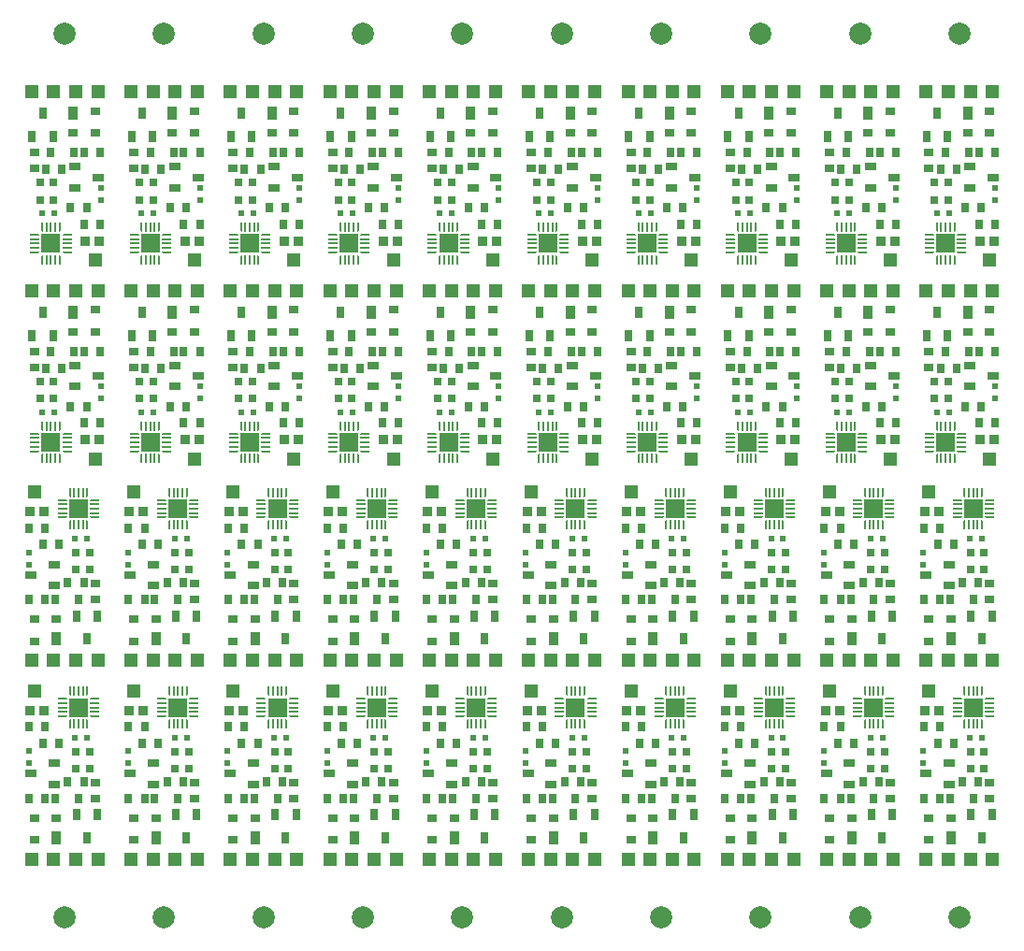
<source format=gts>
G04 #@! TF.GenerationSoftware,KiCad,Pcbnew,7.0.11*
G04 #@! TF.CreationDate,2024-02-28T18:49:23+09:00*
G04 #@! TF.ProjectId,F02-Func-Decoder-p,4630322d-4675-46e6-932d-4465636f6465,rev?*
G04 #@! TF.SameCoordinates,Original*
G04 #@! TF.FileFunction,Soldermask,Top*
G04 #@! TF.FilePolarity,Negative*
%FSLAX46Y46*%
G04 Gerber Fmt 4.6, Leading zero omitted, Abs format (unit mm)*
G04 Created by KiCad (PCBNEW 7.0.11) date 2024-02-28 18:49:23*
%MOMM*%
%LPD*%
G01*
G04 APERTURE LIST*
G04 Aperture macros list*
%AMRoundRect*
0 Rectangle with rounded corners*
0 $1 Rounding radius*
0 $2 $3 $4 $5 $6 $7 $8 $9 X,Y pos of 4 corners*
0 Add a 4 corners polygon primitive as box body*
4,1,4,$2,$3,$4,$5,$6,$7,$8,$9,$2,$3,0*
0 Add four circle primitives for the rounded corners*
1,1,$1+$1,$2,$3*
1,1,$1+$1,$4,$5*
1,1,$1+$1,$6,$7*
1,1,$1+$1,$8,$9*
0 Add four rect primitives between the rounded corners*
20,1,$1+$1,$2,$3,$4,$5,0*
20,1,$1+$1,$4,$5,$6,$7,0*
20,1,$1+$1,$6,$7,$8,$9,0*
20,1,$1+$1,$8,$9,$2,$3,0*%
%AMFreePoly0*
4,1,14,0.334644,0.085355,0.385355,0.034644,0.400000,-0.000711,0.400000,-0.050000,0.385355,-0.085355,0.350000,-0.100000,-0.350000,-0.100000,-0.385355,-0.085355,-0.400000,-0.050000,-0.400000,0.050000,-0.385355,0.085355,-0.350000,0.100000,0.299289,0.100000,0.334644,0.085355,0.334644,0.085355,$1*%
%AMFreePoly1*
4,1,14,0.385355,0.085355,0.400000,0.050000,0.400000,0.000711,0.385355,-0.034644,0.334644,-0.085355,0.299289,-0.100000,-0.350000,-0.100000,-0.385355,-0.085355,-0.400000,-0.050000,-0.400000,0.050000,-0.385355,0.085355,-0.350000,0.100000,0.350000,0.100000,0.385355,0.085355,0.385355,0.085355,$1*%
%AMFreePoly2*
4,1,14,0.085355,0.385355,0.100000,0.350000,0.100000,-0.350000,0.085355,-0.385355,0.050000,-0.400000,-0.050000,-0.400000,-0.085355,-0.385355,-0.100000,-0.350000,-0.100000,0.299289,-0.085355,0.334644,-0.034644,0.385355,0.000711,0.400000,0.050000,0.400000,0.085355,0.385355,0.085355,0.385355,$1*%
%AMFreePoly3*
4,1,14,0.034644,0.385355,0.085355,0.334644,0.100000,0.299289,0.100000,-0.350000,0.085355,-0.385355,0.050000,-0.400000,-0.050000,-0.400000,-0.085355,-0.385355,-0.100000,-0.350000,-0.100000,0.350000,-0.085355,0.385355,-0.050000,0.400000,-0.000711,0.400000,0.034644,0.385355,0.034644,0.385355,$1*%
%AMFreePoly4*
4,1,14,0.385355,0.085355,0.400000,0.050000,0.400000,-0.050000,0.385355,-0.085355,0.350000,-0.100000,-0.299289,-0.100000,-0.334644,-0.085355,-0.385355,-0.034644,-0.400000,0.000711,-0.400000,0.050000,-0.385355,0.085355,-0.350000,0.100000,0.350000,0.100000,0.385355,0.085355,0.385355,0.085355,$1*%
%AMFreePoly5*
4,1,14,0.385355,0.085355,0.400000,0.050000,0.400000,-0.050000,0.385355,-0.085355,0.350000,-0.100000,-0.350000,-0.100000,-0.385355,-0.085355,-0.400000,-0.050000,-0.400000,-0.000711,-0.385355,0.034644,-0.334644,0.085355,-0.299289,0.100000,0.350000,0.100000,0.385355,0.085355,0.385355,0.085355,$1*%
%AMFreePoly6*
4,1,14,0.085355,0.385355,0.100000,0.350000,0.100000,-0.299289,0.085355,-0.334644,0.034644,-0.385355,-0.000711,-0.400000,-0.050000,-0.400000,-0.085355,-0.385355,-0.100000,-0.350000,-0.100000,0.350000,-0.085355,0.385355,-0.050000,0.400000,0.050000,0.400000,0.085355,0.385355,0.085355,0.385355,$1*%
%AMFreePoly7*
4,1,14,0.085355,0.385355,0.100000,0.350000,0.100000,-0.350000,0.085355,-0.385355,0.050000,-0.400000,0.000711,-0.400000,-0.034644,-0.385355,-0.085355,-0.334644,-0.100000,-0.299289,-0.100000,0.350000,-0.085355,0.385355,-0.050000,0.400000,0.050000,0.400000,0.085355,0.385355,0.085355,0.385355,$1*%
G04 Aperture macros list end*
%ADD10R,0.650000X0.900000*%
%ADD11R,0.550000X0.500000*%
%ADD12R,0.700000X0.800000*%
%ADD13C,2.000000*%
%ADD14R,0.900000X1.200000*%
%ADD15R,0.900000X0.800000*%
%ADD16R,0.800000X1.000000*%
%ADD17R,0.950000X0.950000*%
%ADD18R,1.300000X1.300000*%
%ADD19R,0.500000X0.550000*%
%ADD20FreePoly0,270.000000*%
%ADD21RoundRect,0.050000X-0.050000X0.350000X-0.050000X-0.350000X0.050000X-0.350000X0.050000X0.350000X0*%
%ADD22FreePoly1,270.000000*%
%ADD23FreePoly2,270.000000*%
%ADD24RoundRect,0.050000X-0.350000X0.050000X-0.350000X-0.050000X0.350000X-0.050000X0.350000X0.050000X0*%
%ADD25FreePoly3,270.000000*%
%ADD26FreePoly4,270.000000*%
%ADD27FreePoly5,270.000000*%
%ADD28FreePoly6,270.000000*%
%ADD29FreePoly7,270.000000*%
%ADD30R,1.700000X1.700000*%
%ADD31R,1.000000X0.800000*%
%ADD32R,0.900000X0.650000*%
%ADD33R,0.800000X0.900000*%
%ADD34R,0.800000X0.800000*%
%ADD35FreePoly0,90.000000*%
%ADD36RoundRect,0.050000X0.050000X-0.350000X0.050000X0.350000X-0.050000X0.350000X-0.050000X-0.350000X0*%
%ADD37FreePoly1,90.000000*%
%ADD38FreePoly2,90.000000*%
%ADD39RoundRect,0.050000X0.350000X-0.050000X0.350000X0.050000X-0.350000X0.050000X-0.350000X-0.050000X0*%
%ADD40FreePoly3,90.000000*%
%ADD41FreePoly4,90.000000*%
%ADD42FreePoly5,90.000000*%
%ADD43FreePoly6,90.000000*%
%ADD44FreePoly7,90.000000*%
G04 APERTURE END LIST*
D10*
X166725000Y-98700000D03*
X165275000Y-98700000D03*
D11*
X149050000Y-94750000D03*
X147950000Y-94750000D03*
D12*
X185250000Y-113975000D03*
X185250000Y-115525000D03*
D13*
X156000000Y-129000000D03*
D12*
X122250000Y-113975000D03*
X122250000Y-115525000D03*
D10*
X118275000Y-79300000D03*
X119725000Y-79300000D03*
D14*
X156750000Y-74200000D03*
D15*
X156750000Y-76000000D03*
X158750000Y-76000000D03*
X158750000Y-74000000D03*
D16*
X122950000Y-101700000D03*
X121050000Y-101700000D03*
X122000000Y-103800000D03*
D17*
X190135000Y-92250000D03*
X188865000Y-92250000D03*
D18*
X184000000Y-72250000D03*
D10*
X188775000Y-111750000D03*
X190225000Y-111750000D03*
D19*
X107750000Y-115050000D03*
X107750000Y-113950000D03*
D16*
X171050000Y-58300000D03*
X172950000Y-58300000D03*
X172000000Y-56200000D03*
D18*
X123000000Y-54250000D03*
D12*
X108750000Y-82025000D03*
X108750000Y-80475000D03*
D11*
X135950000Y-65250000D03*
X137050000Y-65250000D03*
D10*
X127275000Y-61300000D03*
X128725000Y-61300000D03*
D17*
X154135000Y-92250000D03*
X152865000Y-92250000D03*
D16*
X158950000Y-119700000D03*
X157050000Y-119700000D03*
X158000000Y-121800000D03*
D20*
X182550000Y-84550000D03*
D21*
X182150000Y-84550000D03*
X181750000Y-84550000D03*
X181350000Y-84550000D03*
D22*
X180950000Y-84550000D03*
D23*
X180300000Y-85200000D03*
D24*
X180300000Y-85600000D03*
X180300000Y-86000000D03*
X180300000Y-86400000D03*
D25*
X180300000Y-86800000D03*
D26*
X180950000Y-87450000D03*
D21*
X181350000Y-87450000D03*
X181750000Y-87450000D03*
X182150000Y-87450000D03*
D27*
X182550000Y-87450000D03*
D28*
X183200000Y-86800000D03*
D24*
X183200000Y-86400000D03*
X183200000Y-86000000D03*
X183200000Y-85600000D03*
D29*
X183200000Y-85200000D03*
D30*
X181750000Y-86000000D03*
D31*
X182050000Y-116950000D03*
X182050000Y-115050000D03*
X179950000Y-116000000D03*
D19*
X168250000Y-80950000D03*
X168250000Y-82050000D03*
D18*
X159000000Y-72250000D03*
X148000000Y-105750000D03*
X126250000Y-90500000D03*
D32*
X162250000Y-77775000D03*
X162250000Y-79225000D03*
X122750000Y-100225000D03*
X122750000Y-98775000D03*
D12*
X158250000Y-113975000D03*
X158250000Y-115525000D03*
D16*
X140950000Y-119700000D03*
X139050000Y-119700000D03*
X140000000Y-121800000D03*
D10*
X107775000Y-100250000D03*
X109225000Y-100250000D03*
D31*
X174950000Y-79050000D03*
X174950000Y-80950000D03*
X177050000Y-80000000D03*
D18*
X173000000Y-123750000D03*
D12*
X158250000Y-95975000D03*
X158250000Y-97525000D03*
D11*
X144950000Y-65250000D03*
X146050000Y-65250000D03*
D33*
X110150000Y-118250000D03*
X112250000Y-118250000D03*
D11*
X167050000Y-112750000D03*
X165950000Y-112750000D03*
D33*
X120850000Y-59750000D03*
X118750000Y-59750000D03*
D10*
X136025000Y-113250000D03*
X137475000Y-113250000D03*
D33*
X111850000Y-59750000D03*
X109750000Y-59750000D03*
D13*
X156000000Y-49000000D03*
D19*
X123250000Y-62950000D03*
X123250000Y-64050000D03*
D16*
X122950000Y-119700000D03*
X121050000Y-119700000D03*
X122000000Y-121800000D03*
D18*
X110000000Y-72250000D03*
X144250000Y-108500000D03*
D10*
X193975000Y-82750000D03*
X192525000Y-82750000D03*
D12*
X180750000Y-64025000D03*
X180750000Y-62475000D03*
D11*
X185050000Y-112750000D03*
X183950000Y-112750000D03*
D34*
X130000000Y-113975000D03*
X130000000Y-115525000D03*
D12*
X135750000Y-82025000D03*
X135750000Y-80475000D03*
D17*
X121865000Y-85750000D03*
X123135000Y-85750000D03*
D18*
X157000000Y-54250000D03*
D35*
X192450000Y-111450000D03*
D36*
X192850000Y-111450000D03*
X193250000Y-111450000D03*
X193650000Y-111450000D03*
D37*
X194050000Y-111450000D03*
D38*
X194700000Y-110800000D03*
D39*
X194700000Y-110400000D03*
X194700000Y-110000000D03*
X194700000Y-109600000D03*
D40*
X194700000Y-109200000D03*
D41*
X194050000Y-108550000D03*
D36*
X193650000Y-108550000D03*
X193250000Y-108550000D03*
X192850000Y-108550000D03*
D42*
X192450000Y-108550000D03*
D43*
X191800000Y-109200000D03*
D39*
X191800000Y-109600000D03*
X191800000Y-110000000D03*
X191800000Y-110400000D03*
D44*
X191800000Y-110800000D03*
D30*
X193250000Y-110000000D03*
D32*
X108250000Y-59775000D03*
X108250000Y-61225000D03*
D14*
X119250000Y-103800000D03*
D15*
X119250000Y-102000000D03*
X117250000Y-102000000D03*
X117250000Y-104000000D03*
D10*
X157975000Y-82750000D03*
X156525000Y-82750000D03*
D35*
X156450000Y-111450000D03*
D36*
X156850000Y-111450000D03*
X157250000Y-111450000D03*
X157650000Y-111450000D03*
D37*
X158050000Y-111450000D03*
D38*
X158700000Y-110800000D03*
D39*
X158700000Y-110400000D03*
X158700000Y-110000000D03*
X158700000Y-109600000D03*
D40*
X158700000Y-109200000D03*
D41*
X158050000Y-108550000D03*
D36*
X157650000Y-108550000D03*
X157250000Y-108550000D03*
X156850000Y-108550000D03*
D42*
X156450000Y-108550000D03*
D43*
X155800000Y-109200000D03*
D39*
X155800000Y-109600000D03*
X155800000Y-110000000D03*
X155800000Y-110400000D03*
D44*
X155800000Y-110800000D03*
D30*
X157250000Y-110000000D03*
D18*
X184000000Y-123750000D03*
X173000000Y-105750000D03*
X110000000Y-105750000D03*
D10*
X127025000Y-95250000D03*
X128475000Y-95250000D03*
D32*
X194750000Y-118225000D03*
X194750000Y-116775000D03*
X140750000Y-100225000D03*
X140750000Y-98775000D03*
D16*
X176950000Y-101700000D03*
X175050000Y-101700000D03*
X176000000Y-103800000D03*
D10*
X152775000Y-100250000D03*
X154225000Y-100250000D03*
D35*
X120450000Y-93450000D03*
D36*
X120850000Y-93450000D03*
X121250000Y-93450000D03*
X121650000Y-93450000D03*
D37*
X122050000Y-93450000D03*
D38*
X122700000Y-92800000D03*
D39*
X122700000Y-92400000D03*
X122700000Y-92000000D03*
X122700000Y-91600000D03*
D40*
X122700000Y-91200000D03*
D41*
X122050000Y-90550000D03*
D36*
X121650000Y-90550000D03*
X121250000Y-90550000D03*
X120850000Y-90550000D03*
D42*
X120450000Y-90550000D03*
D43*
X119800000Y-91200000D03*
D39*
X119800000Y-91600000D03*
X119800000Y-92000000D03*
X119800000Y-92400000D03*
D44*
X119800000Y-92800000D03*
D30*
X121250000Y-92000000D03*
D10*
X139725000Y-116700000D03*
X138275000Y-116700000D03*
D32*
X171250000Y-77775000D03*
X171250000Y-79225000D03*
D34*
X173000000Y-64025000D03*
X173000000Y-62475000D03*
D14*
X173250000Y-121800000D03*
D15*
X173250000Y-120000000D03*
X171250000Y-120000000D03*
X171250000Y-122000000D03*
D32*
X144250000Y-59775000D03*
X144250000Y-61225000D03*
D17*
X130865000Y-85750000D03*
X132135000Y-85750000D03*
D10*
X116775000Y-100250000D03*
X118225000Y-100250000D03*
D18*
X171000000Y-105750000D03*
D12*
X185250000Y-95975000D03*
X185250000Y-97525000D03*
D31*
X128050000Y-98950000D03*
X128050000Y-97050000D03*
X125950000Y-98000000D03*
D10*
X195225000Y-77750000D03*
X193775000Y-77750000D03*
D18*
X150000000Y-54250000D03*
D10*
X143775000Y-111750000D03*
X145225000Y-111750000D03*
D13*
X165000000Y-49000000D03*
D17*
X109135000Y-92250000D03*
X107865000Y-92250000D03*
D10*
X136275000Y-61300000D03*
X137725000Y-61300000D03*
X118025000Y-113250000D03*
X119475000Y-113250000D03*
D11*
X131050000Y-94750000D03*
X129950000Y-94750000D03*
D31*
X173050000Y-116950000D03*
X173050000Y-115050000D03*
X170950000Y-116000000D03*
D10*
X123225000Y-66250000D03*
X121775000Y-66250000D03*
D18*
X122750000Y-87500000D03*
D32*
X158750000Y-118225000D03*
X158750000Y-116775000D03*
D19*
X143750000Y-97050000D03*
X143750000Y-95950000D03*
D14*
X155250000Y-121800000D03*
D15*
X155250000Y-120000000D03*
X153250000Y-120000000D03*
X153250000Y-122000000D03*
D19*
X143750000Y-115050000D03*
X143750000Y-113950000D03*
X141250000Y-62950000D03*
X141250000Y-64050000D03*
D32*
X171250000Y-59775000D03*
X171250000Y-61225000D03*
D17*
X181135000Y-110250000D03*
X179865000Y-110250000D03*
D32*
X153250000Y-59775000D03*
X153250000Y-61225000D03*
D31*
X120950000Y-79050000D03*
X120950000Y-80950000D03*
X123050000Y-80000000D03*
D10*
X132225000Y-84250000D03*
X130775000Y-84250000D03*
D18*
X167750000Y-69500000D03*
X139000000Y-54250000D03*
D12*
X167250000Y-95975000D03*
X167250000Y-97525000D03*
D14*
X111750000Y-56200000D03*
D15*
X111750000Y-58000000D03*
X113750000Y-58000000D03*
X113750000Y-56000000D03*
D19*
X188750000Y-115050000D03*
X188750000Y-113950000D03*
D34*
X128000000Y-82025000D03*
X128000000Y-80475000D03*
D10*
X170775000Y-100250000D03*
X172225000Y-100250000D03*
D18*
X135000000Y-105750000D03*
D13*
X129000000Y-129000000D03*
D20*
X137550000Y-66550000D03*
D21*
X137150000Y-66550000D03*
X136750000Y-66550000D03*
X136350000Y-66550000D03*
D22*
X135950000Y-66550000D03*
D23*
X135300000Y-67200000D03*
D24*
X135300000Y-67600000D03*
X135300000Y-68000000D03*
X135300000Y-68400000D03*
D25*
X135300000Y-68800000D03*
D26*
X135950000Y-69450000D03*
D21*
X136350000Y-69450000D03*
X136750000Y-69450000D03*
X137150000Y-69450000D03*
D27*
X137550000Y-69450000D03*
D28*
X138200000Y-68800000D03*
D24*
X138200000Y-68400000D03*
X138200000Y-68000000D03*
X138200000Y-67600000D03*
D29*
X138200000Y-67200000D03*
D30*
X136750000Y-68000000D03*
D14*
X183750000Y-74200000D03*
D15*
X183750000Y-76000000D03*
X185750000Y-76000000D03*
X185750000Y-74000000D03*
D18*
X128000000Y-123750000D03*
D16*
X167950000Y-101700000D03*
X166050000Y-101700000D03*
X167000000Y-103800000D03*
D19*
X123250000Y-80950000D03*
X123250000Y-82050000D03*
D18*
X175000000Y-54250000D03*
D13*
X120000000Y-129000000D03*
D10*
X177225000Y-59750000D03*
X175775000Y-59750000D03*
D12*
X194250000Y-95975000D03*
X194250000Y-97525000D03*
D13*
X120000000Y-49000000D03*
D10*
X112725000Y-116700000D03*
X111275000Y-116700000D03*
X134775000Y-100250000D03*
X136225000Y-100250000D03*
X175975000Y-64750000D03*
X174525000Y-64750000D03*
D18*
X148000000Y-72250000D03*
X189250000Y-108500000D03*
D12*
X113250000Y-95975000D03*
X113250000Y-97525000D03*
D18*
X155000000Y-105750000D03*
D19*
X186250000Y-62950000D03*
X186250000Y-64050000D03*
D18*
X119000000Y-105750000D03*
D35*
X147450000Y-93450000D03*
D36*
X147850000Y-93450000D03*
X148250000Y-93450000D03*
X148650000Y-93450000D03*
D37*
X149050000Y-93450000D03*
D38*
X149700000Y-92800000D03*
D39*
X149700000Y-92400000D03*
X149700000Y-92000000D03*
X149700000Y-91600000D03*
D40*
X149700000Y-91200000D03*
D41*
X149050000Y-90550000D03*
D36*
X148650000Y-90550000D03*
X148250000Y-90550000D03*
X147850000Y-90550000D03*
D42*
X147450000Y-90550000D03*
D43*
X146800000Y-91200000D03*
D39*
X146800000Y-91600000D03*
X146800000Y-92000000D03*
X146800000Y-92400000D03*
D44*
X146800000Y-92800000D03*
D30*
X148250000Y-92000000D03*
D18*
X123000000Y-123750000D03*
X186000000Y-54250000D03*
D10*
X161775000Y-100250000D03*
X163225000Y-100250000D03*
D18*
X159000000Y-105750000D03*
D17*
X163135000Y-92250000D03*
X161865000Y-92250000D03*
D18*
X176750000Y-69500000D03*
X144000000Y-105750000D03*
D16*
X135050000Y-76300000D03*
X136950000Y-76300000D03*
X136000000Y-74200000D03*
D33*
X119150000Y-100250000D03*
X121250000Y-100250000D03*
D35*
X183450000Y-111450000D03*
D36*
X183850000Y-111450000D03*
X184250000Y-111450000D03*
X184650000Y-111450000D03*
D37*
X185050000Y-111450000D03*
D38*
X185700000Y-110800000D03*
D39*
X185700000Y-110400000D03*
X185700000Y-110000000D03*
X185700000Y-109600000D03*
D40*
X185700000Y-109200000D03*
D41*
X185050000Y-108550000D03*
D36*
X184650000Y-108550000D03*
X184250000Y-108550000D03*
X183850000Y-108550000D03*
D42*
X183450000Y-108550000D03*
D43*
X182800000Y-109200000D03*
D39*
X182800000Y-109600000D03*
X182800000Y-110000000D03*
X182800000Y-110400000D03*
D44*
X182800000Y-110800000D03*
D30*
X184250000Y-110000000D03*
D31*
X165950000Y-79050000D03*
X165950000Y-80950000D03*
X168050000Y-80000000D03*
D35*
X165450000Y-93450000D03*
D36*
X165850000Y-93450000D03*
X166250000Y-93450000D03*
X166650000Y-93450000D03*
D37*
X167050000Y-93450000D03*
D38*
X167700000Y-92800000D03*
D39*
X167700000Y-92400000D03*
X167700000Y-92000000D03*
X167700000Y-91600000D03*
D40*
X167700000Y-91200000D03*
D41*
X167050000Y-90550000D03*
D36*
X166650000Y-90550000D03*
X166250000Y-90550000D03*
X165850000Y-90550000D03*
D42*
X165450000Y-90550000D03*
D43*
X164800000Y-91200000D03*
D39*
X164800000Y-91600000D03*
X164800000Y-92000000D03*
X164800000Y-92400000D03*
D44*
X164800000Y-92800000D03*
D30*
X166250000Y-92000000D03*
D10*
X121975000Y-64750000D03*
X120525000Y-64750000D03*
D11*
X140050000Y-112750000D03*
X138950000Y-112750000D03*
D10*
X132225000Y-59750000D03*
X130775000Y-59750000D03*
X181025000Y-95250000D03*
X182475000Y-95250000D03*
D16*
X194950000Y-119700000D03*
X193050000Y-119700000D03*
X194000000Y-121800000D03*
D10*
X121975000Y-82750000D03*
X120525000Y-82750000D03*
D16*
X117050000Y-58300000D03*
X118950000Y-58300000D03*
X118000000Y-56200000D03*
D18*
X162000000Y-54250000D03*
D13*
X183000000Y-129000000D03*
D33*
X129850000Y-59750000D03*
X127750000Y-59750000D03*
D34*
X164000000Y-82025000D03*
X164000000Y-80475000D03*
D19*
X152750000Y-115050000D03*
X152750000Y-113950000D03*
X161750000Y-97050000D03*
X161750000Y-95950000D03*
D18*
X144000000Y-123750000D03*
D10*
X159225000Y-77750000D03*
X157775000Y-77750000D03*
D16*
X144050000Y-76300000D03*
X145950000Y-76300000D03*
X145000000Y-74200000D03*
D33*
X156850000Y-77750000D03*
X154750000Y-77750000D03*
D10*
X143775000Y-118250000D03*
X145225000Y-118250000D03*
D18*
X166000000Y-105750000D03*
D17*
X139865000Y-67750000D03*
X141135000Y-67750000D03*
D32*
X117250000Y-77775000D03*
X117250000Y-79225000D03*
D16*
X180050000Y-58300000D03*
X181950000Y-58300000D03*
X181000000Y-56200000D03*
D10*
X141225000Y-84250000D03*
X139775000Y-84250000D03*
X161775000Y-111750000D03*
X163225000Y-111750000D03*
X141225000Y-77750000D03*
X139775000Y-77750000D03*
D17*
X118135000Y-110250000D03*
X116865000Y-110250000D03*
D31*
X119050000Y-98950000D03*
X119050000Y-97050000D03*
X116950000Y-98000000D03*
D10*
X139725000Y-98700000D03*
X138275000Y-98700000D03*
D14*
X156750000Y-56200000D03*
D15*
X156750000Y-58000000D03*
X158750000Y-58000000D03*
X158750000Y-56000000D03*
D34*
X139000000Y-113975000D03*
X139000000Y-115525000D03*
D13*
X174000000Y-49000000D03*
D18*
X193000000Y-123750000D03*
X185750000Y-69500000D03*
X186000000Y-72250000D03*
D14*
X191250000Y-121800000D03*
D15*
X191250000Y-120000000D03*
X189250000Y-120000000D03*
X189250000Y-122000000D03*
D17*
X145135000Y-92250000D03*
X143865000Y-92250000D03*
D32*
X158750000Y-100225000D03*
X158750000Y-98775000D03*
D17*
X118135000Y-92250000D03*
X116865000Y-92250000D03*
D34*
X155000000Y-64025000D03*
X155000000Y-62475000D03*
D18*
X149750000Y-69500000D03*
D17*
X130865000Y-67750000D03*
X132135000Y-67750000D03*
D11*
X158050000Y-94750000D03*
X156950000Y-94750000D03*
D17*
X121865000Y-67750000D03*
X123135000Y-67750000D03*
D33*
X174850000Y-59750000D03*
X172750000Y-59750000D03*
D10*
X114225000Y-59750000D03*
X112775000Y-59750000D03*
D20*
X146550000Y-84550000D03*
D21*
X146150000Y-84550000D03*
X145750000Y-84550000D03*
X145350000Y-84550000D03*
D22*
X144950000Y-84550000D03*
D23*
X144300000Y-85200000D03*
D24*
X144300000Y-85600000D03*
X144300000Y-86000000D03*
X144300000Y-86400000D03*
D25*
X144300000Y-86800000D03*
D26*
X144950000Y-87450000D03*
D21*
X145350000Y-87450000D03*
X145750000Y-87450000D03*
X146150000Y-87450000D03*
D27*
X146550000Y-87450000D03*
D28*
X147200000Y-86800000D03*
D24*
X147200000Y-86400000D03*
X147200000Y-86000000D03*
X147200000Y-85600000D03*
D29*
X147200000Y-85200000D03*
D30*
X145750000Y-86000000D03*
D11*
X194050000Y-94750000D03*
X192950000Y-94750000D03*
D18*
X126250000Y-108500000D03*
X177000000Y-123750000D03*
D14*
X110250000Y-103800000D03*
D15*
X110250000Y-102000000D03*
X108250000Y-102000000D03*
X108250000Y-104000000D03*
D18*
X121000000Y-123750000D03*
D10*
X195225000Y-59750000D03*
X193775000Y-59750000D03*
D18*
X141000000Y-105750000D03*
X128000000Y-105750000D03*
X117000000Y-105750000D03*
D16*
X149950000Y-119700000D03*
X148050000Y-119700000D03*
X149000000Y-121800000D03*
D18*
X126000000Y-54250000D03*
D17*
X145135000Y-110250000D03*
X143865000Y-110250000D03*
D10*
X163025000Y-113250000D03*
X164475000Y-113250000D03*
D19*
X150250000Y-62950000D03*
X150250000Y-64050000D03*
D11*
X153950000Y-83250000D03*
X155050000Y-83250000D03*
D13*
X192000000Y-129000000D03*
D10*
X109025000Y-113250000D03*
X110475000Y-113250000D03*
X177225000Y-84250000D03*
X175775000Y-84250000D03*
D31*
X120950000Y-61050000D03*
X120950000Y-62950000D03*
X123050000Y-62000000D03*
D13*
X129000000Y-49000000D03*
D31*
X183950000Y-61050000D03*
X183950000Y-62950000D03*
X186050000Y-62000000D03*
D10*
X179775000Y-100250000D03*
X181225000Y-100250000D03*
D31*
X182050000Y-98950000D03*
X182050000Y-97050000D03*
X179950000Y-98000000D03*
D10*
X116775000Y-111750000D03*
X118225000Y-111750000D03*
D18*
X180000000Y-72250000D03*
D10*
X136275000Y-79300000D03*
X137725000Y-79300000D03*
D18*
X144000000Y-72250000D03*
D11*
X108950000Y-65250000D03*
X110050000Y-65250000D03*
D18*
X117000000Y-123750000D03*
D10*
X168225000Y-59750000D03*
X166775000Y-59750000D03*
D18*
X195000000Y-123750000D03*
X166000000Y-123750000D03*
D14*
X146250000Y-121800000D03*
D15*
X146250000Y-120000000D03*
X144250000Y-120000000D03*
X144250000Y-122000000D03*
D31*
X110050000Y-98950000D03*
X110050000Y-97050000D03*
X107950000Y-98000000D03*
X155050000Y-116950000D03*
X155050000Y-115050000D03*
X152950000Y-116000000D03*
D11*
X149050000Y-112750000D03*
X147950000Y-112750000D03*
D18*
X117250000Y-108500000D03*
D32*
X149750000Y-100225000D03*
X149750000Y-98775000D03*
D10*
X170775000Y-111750000D03*
X172225000Y-111750000D03*
D12*
X176250000Y-113975000D03*
X176250000Y-115525000D03*
X135750000Y-64025000D03*
X135750000Y-62475000D03*
D18*
X153250000Y-90500000D03*
D19*
X159250000Y-62950000D03*
X159250000Y-64050000D03*
D18*
X191000000Y-123750000D03*
D14*
X165750000Y-74200000D03*
D15*
X165750000Y-76000000D03*
X167750000Y-76000000D03*
X167750000Y-74000000D03*
D19*
X114250000Y-62950000D03*
X114250000Y-64050000D03*
D16*
X117050000Y-76300000D03*
X118950000Y-76300000D03*
X118000000Y-74200000D03*
X108050000Y-58300000D03*
X109950000Y-58300000D03*
X109000000Y-56200000D03*
D33*
X155150000Y-100250000D03*
X157250000Y-100250000D03*
D18*
X135000000Y-123750000D03*
D12*
X189750000Y-64025000D03*
X189750000Y-62475000D03*
D11*
X144950000Y-83250000D03*
X146050000Y-83250000D03*
D10*
X109275000Y-79300000D03*
X110725000Y-79300000D03*
D34*
X121000000Y-95975000D03*
X121000000Y-97525000D03*
D18*
X189250000Y-90500000D03*
D33*
X183850000Y-59750000D03*
X181750000Y-59750000D03*
D13*
X174000000Y-129000000D03*
D33*
X183850000Y-77750000D03*
X181750000Y-77750000D03*
D18*
X162000000Y-72250000D03*
D35*
X138450000Y-111450000D03*
D36*
X138850000Y-111450000D03*
X139250000Y-111450000D03*
X139650000Y-111450000D03*
D37*
X140050000Y-111450000D03*
D38*
X140700000Y-110800000D03*
D39*
X140700000Y-110400000D03*
X140700000Y-110000000D03*
X140700000Y-109600000D03*
D40*
X140700000Y-109200000D03*
D41*
X140050000Y-108550000D03*
D36*
X139650000Y-108550000D03*
X139250000Y-108550000D03*
X138850000Y-108550000D03*
D42*
X138450000Y-108550000D03*
D43*
X137800000Y-109200000D03*
D39*
X137800000Y-109600000D03*
X137800000Y-110000000D03*
X137800000Y-110400000D03*
D44*
X137800000Y-110800000D03*
D30*
X139250000Y-110000000D03*
D12*
X144750000Y-64025000D03*
X144750000Y-62475000D03*
D18*
X189000000Y-72250000D03*
X117000000Y-54250000D03*
D10*
X166975000Y-64750000D03*
X165525000Y-64750000D03*
X172025000Y-113250000D03*
X173475000Y-113250000D03*
D34*
X184000000Y-113975000D03*
X184000000Y-115525000D03*
X146000000Y-82025000D03*
X146000000Y-80475000D03*
D17*
X157865000Y-67750000D03*
X159135000Y-67750000D03*
D10*
X123225000Y-59750000D03*
X121775000Y-59750000D03*
D34*
X175000000Y-95975000D03*
X175000000Y-97525000D03*
D18*
X167750000Y-87500000D03*
D17*
X193865000Y-67750000D03*
X195135000Y-67750000D03*
D32*
X167750000Y-118225000D03*
X167750000Y-116775000D03*
D18*
X112000000Y-72250000D03*
D11*
X122050000Y-94750000D03*
X120950000Y-94750000D03*
D18*
X130000000Y-72250000D03*
D13*
X138000000Y-129000000D03*
D34*
X112000000Y-113975000D03*
X112000000Y-115525000D03*
D31*
X119050000Y-116950000D03*
X119050000Y-115050000D03*
X116950000Y-116000000D03*
D10*
X139975000Y-82750000D03*
X138525000Y-82750000D03*
D18*
X135250000Y-90500000D03*
D17*
X127135000Y-110250000D03*
X125865000Y-110250000D03*
D19*
X170750000Y-115050000D03*
X170750000Y-113950000D03*
D31*
X164050000Y-98950000D03*
X164050000Y-97050000D03*
X161950000Y-98000000D03*
D10*
X154025000Y-95250000D03*
X155475000Y-95250000D03*
D12*
X194250000Y-113975000D03*
X194250000Y-115525000D03*
D10*
X177225000Y-66250000D03*
X175775000Y-66250000D03*
D18*
X157000000Y-105750000D03*
D34*
X175000000Y-113975000D03*
X175000000Y-115525000D03*
D10*
X134775000Y-111750000D03*
X136225000Y-111750000D03*
D14*
X173250000Y-103800000D03*
D15*
X173250000Y-102000000D03*
X171250000Y-102000000D03*
X171250000Y-104000000D03*
D10*
X163275000Y-61300000D03*
X164725000Y-61300000D03*
D18*
X132000000Y-123750000D03*
D19*
X170750000Y-97050000D03*
X170750000Y-95950000D03*
D14*
X192750000Y-56200000D03*
D15*
X192750000Y-58000000D03*
X194750000Y-58000000D03*
X194750000Y-56000000D03*
D13*
X111000000Y-129000000D03*
D10*
X161775000Y-118250000D03*
X163225000Y-118250000D03*
D18*
X108000000Y-72250000D03*
D33*
X191150000Y-118250000D03*
X193250000Y-118250000D03*
D34*
X110000000Y-64025000D03*
X110000000Y-62475000D03*
D10*
X130975000Y-64750000D03*
X129525000Y-64750000D03*
D20*
X191550000Y-84550000D03*
D21*
X191150000Y-84550000D03*
X190750000Y-84550000D03*
X190350000Y-84550000D03*
D22*
X189950000Y-84550000D03*
D23*
X189300000Y-85200000D03*
D24*
X189300000Y-85600000D03*
X189300000Y-86000000D03*
X189300000Y-86400000D03*
D25*
X189300000Y-86800000D03*
D26*
X189950000Y-87450000D03*
D21*
X190350000Y-87450000D03*
X190750000Y-87450000D03*
X191150000Y-87450000D03*
D27*
X191550000Y-87450000D03*
D28*
X192200000Y-86800000D03*
D24*
X192200000Y-86400000D03*
X192200000Y-86000000D03*
X192200000Y-85600000D03*
D29*
X192200000Y-85200000D03*
D30*
X190750000Y-86000000D03*
D17*
X157865000Y-85750000D03*
X159135000Y-85750000D03*
D12*
X126750000Y-82025000D03*
X126750000Y-80475000D03*
D16*
X185950000Y-101700000D03*
X184050000Y-101700000D03*
X185000000Y-103800000D03*
D10*
X188775000Y-118250000D03*
X190225000Y-118250000D03*
X118275000Y-61300000D03*
X119725000Y-61300000D03*
X150225000Y-77750000D03*
X148775000Y-77750000D03*
D20*
X119550000Y-84550000D03*
D21*
X119150000Y-84550000D03*
X118750000Y-84550000D03*
X118350000Y-84550000D03*
D22*
X117950000Y-84550000D03*
D23*
X117300000Y-85200000D03*
D24*
X117300000Y-85600000D03*
X117300000Y-86000000D03*
X117300000Y-86400000D03*
D25*
X117300000Y-86800000D03*
D26*
X117950000Y-87450000D03*
D21*
X118350000Y-87450000D03*
X118750000Y-87450000D03*
X119150000Y-87450000D03*
D27*
X119550000Y-87450000D03*
D28*
X120200000Y-86800000D03*
D24*
X120200000Y-86400000D03*
X120200000Y-86000000D03*
X120200000Y-85600000D03*
D29*
X120200000Y-85200000D03*
D30*
X118750000Y-86000000D03*
D12*
X117750000Y-82025000D03*
X117750000Y-80475000D03*
D19*
X152750000Y-97050000D03*
X152750000Y-95950000D03*
D16*
X144050000Y-58300000D03*
X145950000Y-58300000D03*
X145000000Y-56200000D03*
D17*
X172135000Y-110250000D03*
X170865000Y-110250000D03*
X184865000Y-85750000D03*
X186135000Y-85750000D03*
D34*
X193000000Y-95975000D03*
X193000000Y-97525000D03*
D14*
X147750000Y-56200000D03*
D15*
X147750000Y-58000000D03*
X149750000Y-58000000D03*
X149750000Y-56000000D03*
D10*
X172275000Y-61300000D03*
X173725000Y-61300000D03*
D18*
X194750000Y-69500000D03*
D10*
X166725000Y-116700000D03*
X165275000Y-116700000D03*
D35*
X147450000Y-111450000D03*
D36*
X147850000Y-111450000D03*
X148250000Y-111450000D03*
X148650000Y-111450000D03*
D37*
X149050000Y-111450000D03*
D38*
X149700000Y-110800000D03*
D39*
X149700000Y-110400000D03*
X149700000Y-110000000D03*
X149700000Y-109600000D03*
D40*
X149700000Y-109200000D03*
D41*
X149050000Y-108550000D03*
D36*
X148650000Y-108550000D03*
X148250000Y-108550000D03*
X147850000Y-108550000D03*
D42*
X147450000Y-108550000D03*
D43*
X146800000Y-109200000D03*
D39*
X146800000Y-109600000D03*
X146800000Y-110000000D03*
X146800000Y-110400000D03*
D44*
X146800000Y-110800000D03*
D30*
X148250000Y-110000000D03*
D16*
X131950000Y-119700000D03*
X130050000Y-119700000D03*
X131000000Y-121800000D03*
D20*
X119550000Y-66550000D03*
D21*
X119150000Y-66550000D03*
X118750000Y-66550000D03*
X118350000Y-66550000D03*
D22*
X117950000Y-66550000D03*
D23*
X117300000Y-67200000D03*
D24*
X117300000Y-67600000D03*
X117300000Y-68000000D03*
X117300000Y-68400000D03*
D25*
X117300000Y-68800000D03*
D26*
X117950000Y-69450000D03*
D21*
X118350000Y-69450000D03*
X118750000Y-69450000D03*
X119150000Y-69450000D03*
D27*
X119550000Y-69450000D03*
D28*
X120200000Y-68800000D03*
D24*
X120200000Y-68400000D03*
X120200000Y-68000000D03*
X120200000Y-67600000D03*
D29*
X120200000Y-67200000D03*
D30*
X118750000Y-68000000D03*
D14*
X147750000Y-74200000D03*
D15*
X147750000Y-76000000D03*
X149750000Y-76000000D03*
X149750000Y-74000000D03*
D32*
X108250000Y-77775000D03*
X108250000Y-79225000D03*
D31*
X146050000Y-98950000D03*
X146050000Y-97050000D03*
X143950000Y-98000000D03*
D10*
X170775000Y-93750000D03*
X172225000Y-93750000D03*
D19*
X134750000Y-115050000D03*
X134750000Y-113950000D03*
D34*
X155000000Y-82025000D03*
X155000000Y-80475000D03*
D16*
X171050000Y-76300000D03*
X172950000Y-76300000D03*
X172000000Y-74200000D03*
D19*
X107750000Y-97050000D03*
X107750000Y-95950000D03*
D10*
X163275000Y-79300000D03*
X164725000Y-79300000D03*
X121725000Y-116700000D03*
X120275000Y-116700000D03*
D18*
X193000000Y-105750000D03*
X171000000Y-54250000D03*
D11*
X171950000Y-65250000D03*
X173050000Y-65250000D03*
D19*
X159250000Y-80950000D03*
X159250000Y-82050000D03*
D10*
X132225000Y-66250000D03*
X130775000Y-66250000D03*
X127275000Y-79300000D03*
X128725000Y-79300000D03*
D11*
X189950000Y-83250000D03*
X191050000Y-83250000D03*
D14*
X182250000Y-103800000D03*
D15*
X182250000Y-102000000D03*
X180250000Y-102000000D03*
X180250000Y-104000000D03*
D18*
X150000000Y-72250000D03*
X164000000Y-105750000D03*
X114000000Y-54250000D03*
D10*
X143775000Y-93750000D03*
X145225000Y-93750000D03*
D34*
X182000000Y-64025000D03*
X182000000Y-62475000D03*
D12*
X176250000Y-95975000D03*
X176250000Y-97525000D03*
D18*
X180000000Y-54250000D03*
D31*
X147950000Y-79050000D03*
X147950000Y-80950000D03*
X150050000Y-80000000D03*
D16*
X126050000Y-58300000D03*
X127950000Y-58300000D03*
X127000000Y-56200000D03*
D20*
X128550000Y-66550000D03*
D21*
X128150000Y-66550000D03*
X127750000Y-66550000D03*
X127350000Y-66550000D03*
D22*
X126950000Y-66550000D03*
D23*
X126300000Y-67200000D03*
D24*
X126300000Y-67600000D03*
X126300000Y-68000000D03*
X126300000Y-68400000D03*
D25*
X126300000Y-68800000D03*
D26*
X126950000Y-69450000D03*
D21*
X127350000Y-69450000D03*
X127750000Y-69450000D03*
X128150000Y-69450000D03*
D27*
X128550000Y-69450000D03*
D28*
X129200000Y-68800000D03*
D24*
X129200000Y-68400000D03*
X129200000Y-68000000D03*
X129200000Y-67600000D03*
D29*
X129200000Y-67200000D03*
D30*
X127750000Y-68000000D03*
D18*
X121000000Y-105750000D03*
D16*
X153050000Y-76300000D03*
X154950000Y-76300000D03*
X154000000Y-74200000D03*
D18*
X184000000Y-105750000D03*
D20*
X146550000Y-66550000D03*
D21*
X146150000Y-66550000D03*
X145750000Y-66550000D03*
X145350000Y-66550000D03*
D22*
X144950000Y-66550000D03*
D23*
X144300000Y-67200000D03*
D24*
X144300000Y-67600000D03*
X144300000Y-68000000D03*
X144300000Y-68400000D03*
D25*
X144300000Y-68800000D03*
D26*
X144950000Y-69450000D03*
D21*
X145350000Y-69450000D03*
X145750000Y-69450000D03*
X146150000Y-69450000D03*
D27*
X146550000Y-69450000D03*
D28*
X147200000Y-68800000D03*
D24*
X147200000Y-68400000D03*
X147200000Y-68000000D03*
X147200000Y-67600000D03*
D29*
X147200000Y-67200000D03*
D30*
X145750000Y-68000000D03*
D18*
X131750000Y-87500000D03*
D35*
X183450000Y-93450000D03*
D36*
X183850000Y-93450000D03*
X184250000Y-93450000D03*
X184650000Y-93450000D03*
D37*
X185050000Y-93450000D03*
D38*
X185700000Y-92800000D03*
D39*
X185700000Y-92400000D03*
X185700000Y-92000000D03*
X185700000Y-91600000D03*
D40*
X185700000Y-91200000D03*
D41*
X185050000Y-90550000D03*
D36*
X184650000Y-90550000D03*
X184250000Y-90550000D03*
X183850000Y-90550000D03*
D42*
X183450000Y-90550000D03*
D43*
X182800000Y-91200000D03*
D39*
X182800000Y-91600000D03*
X182800000Y-92000000D03*
X182800000Y-92400000D03*
D44*
X182800000Y-92800000D03*
D30*
X184250000Y-92000000D03*
D18*
X164000000Y-123750000D03*
D10*
X116775000Y-118250000D03*
X118225000Y-118250000D03*
D33*
X156850000Y-59750000D03*
X154750000Y-59750000D03*
D18*
X128000000Y-72250000D03*
D10*
X186225000Y-77750000D03*
X184775000Y-77750000D03*
D13*
X183000000Y-49000000D03*
D10*
X154275000Y-61300000D03*
X155725000Y-61300000D03*
X186225000Y-66250000D03*
X184775000Y-66250000D03*
X179775000Y-93750000D03*
X181225000Y-93750000D03*
D14*
X129750000Y-56200000D03*
D15*
X129750000Y-58000000D03*
X131750000Y-58000000D03*
X131750000Y-56000000D03*
D18*
X180250000Y-90500000D03*
D16*
X149950000Y-101700000D03*
X148050000Y-101700000D03*
X149000000Y-103800000D03*
D12*
X149250000Y-95975000D03*
X149250000Y-97525000D03*
D14*
X164250000Y-103800000D03*
D15*
X164250000Y-102000000D03*
X162250000Y-102000000D03*
X162250000Y-104000000D03*
D20*
X164550000Y-66550000D03*
D21*
X164150000Y-66550000D03*
X163750000Y-66550000D03*
X163350000Y-66550000D03*
D22*
X162950000Y-66550000D03*
D23*
X162300000Y-67200000D03*
D24*
X162300000Y-67600000D03*
X162300000Y-68000000D03*
X162300000Y-68400000D03*
D25*
X162300000Y-68800000D03*
D26*
X162950000Y-69450000D03*
D21*
X163350000Y-69450000D03*
X163750000Y-69450000D03*
X164150000Y-69450000D03*
D27*
X164550000Y-69450000D03*
D28*
X165200000Y-68800000D03*
D24*
X165200000Y-68400000D03*
X165200000Y-68000000D03*
X165200000Y-67600000D03*
D29*
X165200000Y-67200000D03*
D30*
X163750000Y-68000000D03*
D18*
X130000000Y-123750000D03*
D34*
X130000000Y-95975000D03*
X130000000Y-97525000D03*
D14*
X165750000Y-56200000D03*
D15*
X165750000Y-58000000D03*
X167750000Y-58000000D03*
X167750000Y-56000000D03*
D31*
X138950000Y-61050000D03*
X138950000Y-62950000D03*
X141050000Y-62000000D03*
D34*
X191000000Y-64025000D03*
X191000000Y-62475000D03*
X157000000Y-113975000D03*
X157000000Y-115525000D03*
D33*
X110150000Y-100250000D03*
X112250000Y-100250000D03*
D18*
X112000000Y-123750000D03*
D31*
X164050000Y-116950000D03*
X164050000Y-115050000D03*
X161950000Y-116000000D03*
X147950000Y-61050000D03*
X147950000Y-62950000D03*
X150050000Y-62000000D03*
D16*
X113950000Y-101700000D03*
X112050000Y-101700000D03*
X113000000Y-103800000D03*
D10*
X193725000Y-98700000D03*
X192275000Y-98700000D03*
D12*
X171750000Y-64025000D03*
X171750000Y-62475000D03*
D31*
X192950000Y-61050000D03*
X192950000Y-62950000D03*
X195050000Y-62000000D03*
D10*
X130725000Y-98700000D03*
X129275000Y-98700000D03*
X112725000Y-98700000D03*
X111275000Y-98700000D03*
D18*
X177000000Y-72250000D03*
D19*
X125750000Y-115050000D03*
X125750000Y-113950000D03*
D18*
X128000000Y-54250000D03*
D13*
X111000000Y-49000000D03*
D18*
X110000000Y-123750000D03*
D10*
X127025000Y-113250000D03*
X128475000Y-113250000D03*
X190275000Y-79300000D03*
X191725000Y-79300000D03*
D16*
X126050000Y-76300000D03*
X127950000Y-76300000D03*
X127000000Y-74200000D03*
D12*
X162750000Y-64025000D03*
X162750000Y-62475000D03*
D17*
X112865000Y-67750000D03*
X114135000Y-67750000D03*
D10*
X114225000Y-66250000D03*
X112775000Y-66250000D03*
D12*
X149250000Y-113975000D03*
X149250000Y-115525000D03*
D14*
X138750000Y-74200000D03*
D15*
X138750000Y-76000000D03*
X140750000Y-76000000D03*
X140750000Y-74000000D03*
D18*
X158750000Y-69500000D03*
D14*
X164250000Y-121800000D03*
D15*
X164250000Y-120000000D03*
X162250000Y-120000000D03*
X162250000Y-122000000D03*
D14*
X129750000Y-74200000D03*
D15*
X129750000Y-76000000D03*
X131750000Y-76000000D03*
X131750000Y-74000000D03*
D18*
X155000000Y-123750000D03*
D20*
X173550000Y-66550000D03*
D21*
X173150000Y-66550000D03*
X172750000Y-66550000D03*
X172350000Y-66550000D03*
D22*
X171950000Y-66550000D03*
D23*
X171300000Y-67200000D03*
D24*
X171300000Y-67600000D03*
X171300000Y-68000000D03*
X171300000Y-68400000D03*
D25*
X171300000Y-68800000D03*
D26*
X171950000Y-69450000D03*
D21*
X172350000Y-69450000D03*
X172750000Y-69450000D03*
X173150000Y-69450000D03*
D27*
X173550000Y-69450000D03*
D28*
X174200000Y-68800000D03*
D24*
X174200000Y-68400000D03*
X174200000Y-68000000D03*
X174200000Y-67600000D03*
D29*
X174200000Y-67200000D03*
D30*
X172750000Y-68000000D03*
D35*
X165450000Y-111450000D03*
D36*
X165850000Y-111450000D03*
X166250000Y-111450000D03*
X166650000Y-111450000D03*
D37*
X167050000Y-111450000D03*
D38*
X167700000Y-110800000D03*
D39*
X167700000Y-110400000D03*
X167700000Y-110000000D03*
X167700000Y-109600000D03*
D40*
X167700000Y-109200000D03*
D41*
X167050000Y-108550000D03*
D36*
X166650000Y-108550000D03*
X166250000Y-108550000D03*
X165850000Y-108550000D03*
D42*
X165450000Y-108550000D03*
D43*
X164800000Y-109200000D03*
D39*
X164800000Y-109600000D03*
X164800000Y-110000000D03*
X164800000Y-110400000D03*
D44*
X164800000Y-110800000D03*
D30*
X166250000Y-110000000D03*
D33*
X165850000Y-77750000D03*
X163750000Y-77750000D03*
D10*
X150225000Y-59750000D03*
X148775000Y-59750000D03*
D18*
X191000000Y-105750000D03*
X123000000Y-105750000D03*
D34*
X166000000Y-113975000D03*
X166000000Y-115525000D03*
D12*
X126750000Y-64025000D03*
X126750000Y-62475000D03*
X171750000Y-82025000D03*
X171750000Y-80475000D03*
D20*
X164550000Y-84550000D03*
D21*
X164150000Y-84550000D03*
X163750000Y-84550000D03*
X163350000Y-84550000D03*
D22*
X162950000Y-84550000D03*
D23*
X162300000Y-85200000D03*
D24*
X162300000Y-85600000D03*
X162300000Y-86000000D03*
X162300000Y-86400000D03*
D25*
X162300000Y-86800000D03*
D26*
X162950000Y-87450000D03*
D21*
X163350000Y-87450000D03*
X163750000Y-87450000D03*
X164150000Y-87450000D03*
D27*
X164550000Y-87450000D03*
D28*
X165200000Y-86800000D03*
D24*
X165200000Y-86400000D03*
X165200000Y-86000000D03*
X165200000Y-85600000D03*
D29*
X165200000Y-85200000D03*
D30*
X163750000Y-86000000D03*
D14*
X128250000Y-121800000D03*
D15*
X128250000Y-120000000D03*
X126250000Y-120000000D03*
X126250000Y-122000000D03*
D12*
X153750000Y-64025000D03*
X153750000Y-62475000D03*
D10*
X134775000Y-118250000D03*
X136225000Y-118250000D03*
D32*
X113750000Y-118225000D03*
X113750000Y-116775000D03*
D33*
X191150000Y-100250000D03*
X193250000Y-100250000D03*
D12*
X180750000Y-82025000D03*
X180750000Y-80475000D03*
D18*
X121000000Y-54250000D03*
D32*
X149750000Y-118225000D03*
X149750000Y-116775000D03*
D17*
X166865000Y-85750000D03*
X168135000Y-85750000D03*
D33*
X164150000Y-100250000D03*
X166250000Y-100250000D03*
X137150000Y-100250000D03*
X139250000Y-100250000D03*
D10*
X181275000Y-79300000D03*
X182725000Y-79300000D03*
D18*
X162250000Y-108500000D03*
X131750000Y-69500000D03*
D10*
X150225000Y-66250000D03*
X148775000Y-66250000D03*
D17*
X190135000Y-110250000D03*
X188865000Y-110250000D03*
D19*
X161750000Y-115050000D03*
X161750000Y-113950000D03*
D11*
X113050000Y-112750000D03*
X111950000Y-112750000D03*
D19*
X134750000Y-97050000D03*
X134750000Y-95950000D03*
X132250000Y-80950000D03*
X132250000Y-82050000D03*
D14*
X120750000Y-74200000D03*
D15*
X120750000Y-76000000D03*
X122750000Y-76000000D03*
X122750000Y-74000000D03*
D19*
X179750000Y-115050000D03*
X179750000Y-113950000D03*
D18*
X123000000Y-72250000D03*
D31*
X155050000Y-98950000D03*
X155050000Y-97050000D03*
X152950000Y-98000000D03*
D10*
X172275000Y-79300000D03*
X173725000Y-79300000D03*
D14*
X146250000Y-103800000D03*
D15*
X146250000Y-102000000D03*
X144250000Y-102000000D03*
X144250000Y-104000000D03*
D18*
X153000000Y-105750000D03*
D33*
X182150000Y-118250000D03*
X184250000Y-118250000D03*
D19*
X125750000Y-97050000D03*
X125750000Y-95950000D03*
D18*
X130000000Y-105750000D03*
D10*
X188775000Y-93750000D03*
X190225000Y-93750000D03*
X175975000Y-82750000D03*
X174525000Y-82750000D03*
D35*
X129450000Y-93450000D03*
D36*
X129850000Y-93450000D03*
X130250000Y-93450000D03*
X130650000Y-93450000D03*
D37*
X131050000Y-93450000D03*
D38*
X131700000Y-92800000D03*
D39*
X131700000Y-92400000D03*
X131700000Y-92000000D03*
X131700000Y-91600000D03*
D40*
X131700000Y-91200000D03*
D41*
X131050000Y-90550000D03*
D36*
X130650000Y-90550000D03*
X130250000Y-90550000D03*
X129850000Y-90550000D03*
D42*
X129450000Y-90550000D03*
D43*
X128800000Y-91200000D03*
D39*
X128800000Y-91600000D03*
X128800000Y-92000000D03*
X128800000Y-92400000D03*
D44*
X128800000Y-92800000D03*
D30*
X130250000Y-92000000D03*
D33*
X164150000Y-118250000D03*
X166250000Y-118250000D03*
D32*
X135250000Y-59775000D03*
X135250000Y-61225000D03*
D11*
X180950000Y-65250000D03*
X182050000Y-65250000D03*
D10*
X148975000Y-82750000D03*
X147525000Y-82750000D03*
D32*
X126250000Y-59775000D03*
X126250000Y-61225000D03*
D17*
X163135000Y-110250000D03*
X161865000Y-110250000D03*
D10*
X181025000Y-113250000D03*
X182475000Y-113250000D03*
D19*
X168250000Y-62950000D03*
X168250000Y-64050000D03*
D16*
X189050000Y-58300000D03*
X190950000Y-58300000D03*
X190000000Y-56200000D03*
D18*
X193000000Y-72250000D03*
D10*
X112975000Y-82750000D03*
X111525000Y-82750000D03*
D18*
X149750000Y-87500000D03*
D10*
X175725000Y-98700000D03*
X174275000Y-98700000D03*
D11*
X176050000Y-94750000D03*
X174950000Y-94750000D03*
D18*
X146000000Y-72250000D03*
D34*
X119000000Y-64025000D03*
X119000000Y-62475000D03*
D14*
X182250000Y-121800000D03*
D15*
X182250000Y-120000000D03*
X180250000Y-120000000D03*
X180250000Y-122000000D03*
D34*
X128000000Y-64025000D03*
X128000000Y-62475000D03*
D18*
X177000000Y-105750000D03*
D17*
X148865000Y-67750000D03*
X150135000Y-67750000D03*
D32*
X185750000Y-118225000D03*
X185750000Y-116775000D03*
D12*
X189750000Y-82025000D03*
X189750000Y-80475000D03*
D10*
X145275000Y-79300000D03*
X146725000Y-79300000D03*
D16*
X189050000Y-76300000D03*
X190950000Y-76300000D03*
X190000000Y-74200000D03*
D33*
X147850000Y-77750000D03*
X145750000Y-77750000D03*
D31*
X137050000Y-116950000D03*
X137050000Y-115050000D03*
X134950000Y-116000000D03*
D35*
X174450000Y-93450000D03*
D36*
X174850000Y-93450000D03*
X175250000Y-93450000D03*
X175650000Y-93450000D03*
D37*
X176050000Y-93450000D03*
D38*
X176700000Y-92800000D03*
D39*
X176700000Y-92400000D03*
X176700000Y-92000000D03*
X176700000Y-91600000D03*
D40*
X176700000Y-91200000D03*
D41*
X176050000Y-90550000D03*
D36*
X175650000Y-90550000D03*
X175250000Y-90550000D03*
X174850000Y-90550000D03*
D42*
X174450000Y-90550000D03*
D43*
X173800000Y-91200000D03*
D39*
X173800000Y-91600000D03*
X173800000Y-92000000D03*
X173800000Y-92400000D03*
D44*
X173800000Y-92800000D03*
D30*
X175250000Y-92000000D03*
D17*
X139865000Y-85750000D03*
X141135000Y-85750000D03*
D10*
X159225000Y-84250000D03*
X157775000Y-84250000D03*
X181275000Y-61300000D03*
X182725000Y-61300000D03*
D14*
X128250000Y-103800000D03*
D15*
X128250000Y-102000000D03*
X126250000Y-102000000D03*
X126250000Y-104000000D03*
D31*
X138950000Y-79050000D03*
X138950000Y-80950000D03*
X141050000Y-80000000D03*
D16*
X162050000Y-76300000D03*
X163950000Y-76300000D03*
X163000000Y-74200000D03*
D18*
X141000000Y-72250000D03*
D19*
X116750000Y-115050000D03*
X116750000Y-113950000D03*
D10*
X177225000Y-77750000D03*
X175775000Y-77750000D03*
D33*
X138850000Y-77750000D03*
X136750000Y-77750000D03*
D10*
X130725000Y-116700000D03*
X129275000Y-116700000D03*
D14*
X192750000Y-74200000D03*
D15*
X192750000Y-76000000D03*
X194750000Y-76000000D03*
X194750000Y-74000000D03*
D10*
X179775000Y-118250000D03*
X181225000Y-118250000D03*
D16*
X194950000Y-101700000D03*
X193050000Y-101700000D03*
X194000000Y-103800000D03*
X135050000Y-58300000D03*
X136950000Y-58300000D03*
X136000000Y-56200000D03*
D10*
X121725000Y-98700000D03*
X120275000Y-98700000D03*
D33*
X155150000Y-118250000D03*
X157250000Y-118250000D03*
D10*
X109275000Y-61300000D03*
X110725000Y-61300000D03*
D18*
X175000000Y-123750000D03*
X175000000Y-105750000D03*
D35*
X111450000Y-93450000D03*
D36*
X111850000Y-93450000D03*
X112250000Y-93450000D03*
X112650000Y-93450000D03*
D37*
X113050000Y-93450000D03*
D38*
X113700000Y-92800000D03*
D39*
X113700000Y-92400000D03*
X113700000Y-92000000D03*
X113700000Y-91600000D03*
D40*
X113700000Y-91200000D03*
D41*
X113050000Y-90550000D03*
D36*
X112650000Y-90550000D03*
X112250000Y-90550000D03*
X111850000Y-90550000D03*
D42*
X111450000Y-90550000D03*
D43*
X110800000Y-91200000D03*
D39*
X110800000Y-91600000D03*
X110800000Y-92000000D03*
X110800000Y-92400000D03*
D44*
X110800000Y-92800000D03*
D30*
X112250000Y-92000000D03*
D18*
X182000000Y-123750000D03*
D12*
X122250000Y-95975000D03*
X122250000Y-97525000D03*
D32*
X122750000Y-118225000D03*
X122750000Y-116775000D03*
D31*
X129950000Y-79050000D03*
X129950000Y-80950000D03*
X132050000Y-80000000D03*
D10*
X170775000Y-118250000D03*
X172225000Y-118250000D03*
D13*
X147000000Y-49000000D03*
D10*
X179775000Y-111750000D03*
X181225000Y-111750000D03*
D18*
X114000000Y-123750000D03*
D11*
X140050000Y-94750000D03*
X138950000Y-94750000D03*
D18*
X135000000Y-72250000D03*
D10*
X157725000Y-98700000D03*
X156275000Y-98700000D03*
X184975000Y-64750000D03*
X183525000Y-64750000D03*
D18*
X189000000Y-105750000D03*
D10*
X184975000Y-82750000D03*
X183525000Y-82750000D03*
X123225000Y-77750000D03*
X121775000Y-77750000D03*
D18*
X175000000Y-72250000D03*
D10*
X107775000Y-118250000D03*
X109225000Y-118250000D03*
X186225000Y-84250000D03*
X184775000Y-84250000D03*
D11*
X117950000Y-83250000D03*
X119050000Y-83250000D03*
D31*
X174950000Y-61050000D03*
X174950000Y-62950000D03*
X177050000Y-62000000D03*
D32*
X153250000Y-77775000D03*
X153250000Y-79225000D03*
D34*
X119000000Y-82025000D03*
X119000000Y-80475000D03*
D32*
X113750000Y-100225000D03*
X113750000Y-98775000D03*
D20*
X128550000Y-84550000D03*
D21*
X128150000Y-84550000D03*
X127750000Y-84550000D03*
X127350000Y-84550000D03*
D22*
X126950000Y-84550000D03*
D23*
X126300000Y-85200000D03*
D24*
X126300000Y-85600000D03*
X126300000Y-86000000D03*
X126300000Y-86400000D03*
D25*
X126300000Y-86800000D03*
D26*
X126950000Y-87450000D03*
D21*
X127350000Y-87450000D03*
X127750000Y-87450000D03*
X128150000Y-87450000D03*
D27*
X128550000Y-87450000D03*
D28*
X129200000Y-86800000D03*
D24*
X129200000Y-86400000D03*
X129200000Y-86000000D03*
X129200000Y-85600000D03*
D29*
X129200000Y-85200000D03*
D30*
X127750000Y-86000000D03*
D19*
X179750000Y-97050000D03*
X179750000Y-95950000D03*
D10*
X107775000Y-93750000D03*
X109225000Y-93750000D03*
D33*
X137150000Y-118250000D03*
X139250000Y-118250000D03*
D14*
X138750000Y-56200000D03*
D15*
X138750000Y-58000000D03*
X140750000Y-58000000D03*
X140750000Y-56000000D03*
D32*
X140750000Y-118225000D03*
X140750000Y-116775000D03*
D18*
X113750000Y-69500000D03*
X137000000Y-123750000D03*
D14*
X119250000Y-121800000D03*
D15*
X119250000Y-120000000D03*
X117250000Y-120000000D03*
X117250000Y-122000000D03*
D31*
X183950000Y-79050000D03*
X183950000Y-80950000D03*
X186050000Y-80000000D03*
D17*
X172135000Y-92250000D03*
X170865000Y-92250000D03*
D10*
X159225000Y-66250000D03*
X157775000Y-66250000D03*
D18*
X189000000Y-123750000D03*
D11*
X162950000Y-65250000D03*
X164050000Y-65250000D03*
D20*
X110550000Y-66550000D03*
D21*
X110150000Y-66550000D03*
X109750000Y-66550000D03*
X109350000Y-66550000D03*
D22*
X108950000Y-66550000D03*
D23*
X108300000Y-67200000D03*
D24*
X108300000Y-67600000D03*
X108300000Y-68000000D03*
X108300000Y-68400000D03*
D25*
X108300000Y-68800000D03*
D26*
X108950000Y-69450000D03*
D21*
X109350000Y-69450000D03*
X109750000Y-69450000D03*
X110150000Y-69450000D03*
D27*
X110550000Y-69450000D03*
D28*
X111200000Y-68800000D03*
D24*
X111200000Y-68400000D03*
X111200000Y-68000000D03*
X111200000Y-67600000D03*
D29*
X111200000Y-67200000D03*
D30*
X109750000Y-68000000D03*
D18*
X121000000Y-72250000D03*
D11*
X158050000Y-112750000D03*
X156950000Y-112750000D03*
D10*
X161775000Y-93750000D03*
X163225000Y-93750000D03*
D34*
X173000000Y-82025000D03*
X173000000Y-80475000D03*
D18*
X135250000Y-108500000D03*
D35*
X111450000Y-111450000D03*
D36*
X111850000Y-111450000D03*
X112250000Y-111450000D03*
X112650000Y-111450000D03*
D37*
X113050000Y-111450000D03*
D38*
X113700000Y-110800000D03*
D39*
X113700000Y-110400000D03*
X113700000Y-110000000D03*
X113700000Y-109600000D03*
D40*
X113700000Y-109200000D03*
D41*
X113050000Y-108550000D03*
D36*
X112650000Y-108550000D03*
X112250000Y-108550000D03*
X111850000Y-108550000D03*
D42*
X111450000Y-108550000D03*
D43*
X110800000Y-109200000D03*
D39*
X110800000Y-109600000D03*
X110800000Y-110000000D03*
X110800000Y-110400000D03*
D44*
X110800000Y-110800000D03*
D30*
X112250000Y-110000000D03*
D18*
X137000000Y-54250000D03*
D10*
X168225000Y-66250000D03*
X166775000Y-66250000D03*
D17*
X166865000Y-67750000D03*
X168135000Y-67750000D03*
D13*
X138000000Y-49000000D03*
D31*
X110050000Y-116950000D03*
X110050000Y-115050000D03*
X107950000Y-116000000D03*
D18*
X114000000Y-72250000D03*
D10*
X112975000Y-64750000D03*
X111525000Y-64750000D03*
D20*
X155550000Y-66550000D03*
D21*
X155150000Y-66550000D03*
X154750000Y-66550000D03*
X154350000Y-66550000D03*
D22*
X153950000Y-66550000D03*
D23*
X153300000Y-67200000D03*
D24*
X153300000Y-67600000D03*
X153300000Y-68000000D03*
X153300000Y-68400000D03*
D25*
X153300000Y-68800000D03*
D26*
X153950000Y-69450000D03*
D21*
X154350000Y-69450000D03*
X154750000Y-69450000D03*
X155150000Y-69450000D03*
D27*
X155550000Y-69450000D03*
D28*
X156200000Y-68800000D03*
D24*
X156200000Y-68400000D03*
X156200000Y-68000000D03*
X156200000Y-67600000D03*
D29*
X156200000Y-67200000D03*
D30*
X154750000Y-68000000D03*
D34*
X137000000Y-64025000D03*
X137000000Y-62475000D03*
D18*
X180000000Y-105750000D03*
X144000000Y-54250000D03*
D10*
X168225000Y-84250000D03*
X166775000Y-84250000D03*
D31*
X192950000Y-79050000D03*
X192950000Y-80950000D03*
X195050000Y-80000000D03*
X191050000Y-98950000D03*
X191050000Y-97050000D03*
X188950000Y-98000000D03*
D18*
X112000000Y-54250000D03*
D33*
X174850000Y-77750000D03*
X172750000Y-77750000D03*
D11*
X153950000Y-65250000D03*
X155050000Y-65250000D03*
D18*
X173000000Y-72250000D03*
D14*
X155250000Y-103800000D03*
D15*
X155250000Y-102000000D03*
X153250000Y-102000000D03*
X153250000Y-104000000D03*
D32*
X180250000Y-59775000D03*
X180250000Y-61225000D03*
D16*
X176950000Y-119700000D03*
X175050000Y-119700000D03*
X176000000Y-121800000D03*
D34*
X193000000Y-113975000D03*
X193000000Y-115525000D03*
D10*
X195225000Y-66250000D03*
X193775000Y-66250000D03*
X107775000Y-111750000D03*
X109225000Y-111750000D03*
D18*
X126000000Y-105750000D03*
X171000000Y-123750000D03*
D31*
X137050000Y-98950000D03*
X137050000Y-97050000D03*
X134950000Y-98000000D03*
D10*
X152775000Y-111750000D03*
X154225000Y-111750000D03*
D19*
X132250000Y-62950000D03*
X132250000Y-64050000D03*
D18*
X168000000Y-105750000D03*
D10*
X148725000Y-116700000D03*
X147275000Y-116700000D03*
X118025000Y-95250000D03*
X119475000Y-95250000D03*
D16*
X153050000Y-58300000D03*
X154950000Y-58300000D03*
X154000000Y-56200000D03*
D10*
X125775000Y-118250000D03*
X127225000Y-118250000D03*
D32*
X180250000Y-77775000D03*
X180250000Y-79225000D03*
D17*
X184865000Y-67750000D03*
X186135000Y-67750000D03*
D11*
X167050000Y-94750000D03*
X165950000Y-94750000D03*
D13*
X192000000Y-49000000D03*
D18*
X153000000Y-54250000D03*
D32*
X176750000Y-118225000D03*
X176750000Y-116775000D03*
D11*
X126950000Y-65250000D03*
X128050000Y-65250000D03*
D16*
X108050000Y-76300000D03*
X109950000Y-76300000D03*
X109000000Y-74200000D03*
D18*
X195000000Y-72250000D03*
D19*
X114250000Y-80950000D03*
X114250000Y-82050000D03*
D18*
X146000000Y-105750000D03*
D20*
X191550000Y-66550000D03*
D21*
X191150000Y-66550000D03*
X190750000Y-66550000D03*
X190350000Y-66550000D03*
D22*
X189950000Y-66550000D03*
D23*
X189300000Y-67200000D03*
D24*
X189300000Y-67600000D03*
X189300000Y-68000000D03*
X189300000Y-68400000D03*
D25*
X189300000Y-68800000D03*
D26*
X189950000Y-69450000D03*
D21*
X190350000Y-69450000D03*
X190750000Y-69450000D03*
X191150000Y-69450000D03*
D27*
X191550000Y-69450000D03*
D28*
X192200000Y-68800000D03*
D24*
X192200000Y-68400000D03*
X192200000Y-68000000D03*
X192200000Y-67600000D03*
D29*
X192200000Y-67200000D03*
D30*
X190750000Y-68000000D03*
D18*
X137000000Y-72250000D03*
D10*
X134775000Y-93750000D03*
X136225000Y-93750000D03*
X190025000Y-95250000D03*
X191475000Y-95250000D03*
X145025000Y-95250000D03*
X146475000Y-95250000D03*
D18*
X150000000Y-123750000D03*
D11*
X122050000Y-112750000D03*
X120950000Y-112750000D03*
D31*
X156950000Y-79050000D03*
X156950000Y-80950000D03*
X159050000Y-80000000D03*
D18*
X132000000Y-105750000D03*
X180000000Y-123750000D03*
D32*
X162250000Y-59775000D03*
X162250000Y-61225000D03*
D16*
X131950000Y-101700000D03*
X130050000Y-101700000D03*
X131000000Y-103800000D03*
D11*
X135950000Y-83250000D03*
X137050000Y-83250000D03*
D10*
X143775000Y-100250000D03*
X145225000Y-100250000D03*
D18*
X195000000Y-105750000D03*
D13*
X147000000Y-129000000D03*
D10*
X148725000Y-98700000D03*
X147275000Y-98700000D03*
X188775000Y-100250000D03*
X190225000Y-100250000D03*
D32*
X135250000Y-77775000D03*
X135250000Y-79225000D03*
D18*
X117250000Y-90500000D03*
D32*
X131750000Y-118225000D03*
X131750000Y-116775000D03*
D18*
X153250000Y-108500000D03*
X186000000Y-105750000D03*
X155000000Y-72250000D03*
D10*
X157975000Y-64750000D03*
X156525000Y-64750000D03*
D34*
X148000000Y-95975000D03*
X148000000Y-97525000D03*
D35*
X120450000Y-111450000D03*
D36*
X120850000Y-111450000D03*
X121250000Y-111450000D03*
X121650000Y-111450000D03*
D37*
X122050000Y-111450000D03*
D38*
X122700000Y-110800000D03*
D39*
X122700000Y-110400000D03*
X122700000Y-110000000D03*
X122700000Y-109600000D03*
D40*
X122700000Y-109200000D03*
D41*
X122050000Y-108550000D03*
D36*
X121650000Y-108550000D03*
X121250000Y-108550000D03*
X120850000Y-108550000D03*
D42*
X120450000Y-108550000D03*
D43*
X119800000Y-109200000D03*
D39*
X119800000Y-109600000D03*
X119800000Y-110000000D03*
X119800000Y-110400000D03*
D44*
X119800000Y-110800000D03*
D30*
X121250000Y-110000000D03*
D18*
X162000000Y-105750000D03*
D34*
X157000000Y-95975000D03*
X157000000Y-97525000D03*
D33*
X192850000Y-59750000D03*
X190750000Y-59750000D03*
D11*
X126950000Y-83250000D03*
X128050000Y-83250000D03*
D34*
X146000000Y-64025000D03*
X146000000Y-62475000D03*
X121000000Y-113975000D03*
X121000000Y-115525000D03*
D10*
X186225000Y-59750000D03*
X184775000Y-59750000D03*
D18*
X193000000Y-54250000D03*
D14*
X120750000Y-56200000D03*
D15*
X120750000Y-58000000D03*
X122750000Y-58000000D03*
X122750000Y-56000000D03*
D20*
X137550000Y-84550000D03*
D21*
X137150000Y-84550000D03*
X136750000Y-84550000D03*
X136350000Y-84550000D03*
D22*
X135950000Y-84550000D03*
D23*
X135300000Y-85200000D03*
D24*
X135300000Y-85600000D03*
X135300000Y-86000000D03*
X135300000Y-86400000D03*
D25*
X135300000Y-86800000D03*
D26*
X135950000Y-87450000D03*
D21*
X136350000Y-87450000D03*
X136750000Y-87450000D03*
X137150000Y-87450000D03*
D27*
X137550000Y-87450000D03*
D28*
X138200000Y-86800000D03*
D24*
X138200000Y-86400000D03*
X138200000Y-86000000D03*
X138200000Y-85600000D03*
D29*
X138200000Y-85200000D03*
D30*
X136750000Y-86000000D03*
D10*
X159225000Y-59750000D03*
X157775000Y-59750000D03*
D18*
X135000000Y-54250000D03*
D19*
X150250000Y-80950000D03*
X150250000Y-82050000D03*
D11*
X131050000Y-112750000D03*
X129950000Y-112750000D03*
D33*
X119150000Y-118250000D03*
X121250000Y-118250000D03*
D10*
X172025000Y-95250000D03*
X173475000Y-95250000D03*
X125775000Y-100250000D03*
X127225000Y-100250000D03*
D12*
X140250000Y-95975000D03*
X140250000Y-97525000D03*
D18*
X139000000Y-105750000D03*
D32*
X185750000Y-100225000D03*
X185750000Y-98775000D03*
D18*
X112000000Y-105750000D03*
D34*
X137000000Y-82025000D03*
X137000000Y-80475000D03*
D14*
X174750000Y-56200000D03*
D15*
X174750000Y-58000000D03*
X176750000Y-58000000D03*
X176750000Y-56000000D03*
D10*
X193975000Y-64750000D03*
X192525000Y-64750000D03*
D14*
X137250000Y-103800000D03*
D15*
X137250000Y-102000000D03*
X135250000Y-102000000D03*
X135250000Y-104000000D03*
D16*
X113950000Y-119700000D03*
X112050000Y-119700000D03*
X113000000Y-121800000D03*
D34*
X112000000Y-95975000D03*
X112000000Y-97525000D03*
D18*
X113750000Y-87500000D03*
D12*
X117750000Y-64025000D03*
X117750000Y-62475000D03*
D18*
X146000000Y-123750000D03*
X114000000Y-105750000D03*
D17*
X136135000Y-92250000D03*
X134865000Y-92250000D03*
D14*
X191250000Y-103800000D03*
D15*
X191250000Y-102000000D03*
X189250000Y-102000000D03*
X189250000Y-104000000D03*
D18*
X166000000Y-54250000D03*
X177000000Y-54250000D03*
D16*
X162050000Y-58300000D03*
X163950000Y-58300000D03*
X163000000Y-56200000D03*
D14*
X174750000Y-74200000D03*
D15*
X174750000Y-76000000D03*
X176750000Y-76000000D03*
X176750000Y-74000000D03*
D12*
X108750000Y-64025000D03*
X108750000Y-62475000D03*
D11*
X113050000Y-94750000D03*
X111950000Y-94750000D03*
D12*
X131250000Y-95975000D03*
X131250000Y-97525000D03*
D33*
X147850000Y-59750000D03*
X145750000Y-59750000D03*
D18*
X150000000Y-105750000D03*
D17*
X127135000Y-92250000D03*
X125865000Y-92250000D03*
D19*
X188750000Y-97050000D03*
X188750000Y-95950000D03*
D18*
X189000000Y-54250000D03*
X191000000Y-72250000D03*
X153000000Y-72250000D03*
D17*
X193865000Y-85750000D03*
X195135000Y-85750000D03*
D18*
X148000000Y-123750000D03*
D10*
X145275000Y-61300000D03*
X146725000Y-61300000D03*
D18*
X108000000Y-123750000D03*
D33*
X173150000Y-100250000D03*
X175250000Y-100250000D03*
D18*
X157000000Y-72250000D03*
D19*
X195250000Y-80950000D03*
X195250000Y-82050000D03*
D10*
X109025000Y-95250000D03*
X110475000Y-95250000D03*
D14*
X111750000Y-74200000D03*
D15*
X111750000Y-76000000D03*
X113750000Y-76000000D03*
X113750000Y-74000000D03*
D34*
X182000000Y-82025000D03*
X182000000Y-80475000D03*
X184000000Y-95975000D03*
X184000000Y-97525000D03*
D20*
X155550000Y-84550000D03*
D21*
X155150000Y-84550000D03*
X154750000Y-84550000D03*
X154350000Y-84550000D03*
D22*
X153950000Y-84550000D03*
D23*
X153300000Y-85200000D03*
D24*
X153300000Y-85600000D03*
X153300000Y-86000000D03*
X153300000Y-86400000D03*
D25*
X153300000Y-86800000D03*
D26*
X153950000Y-87450000D03*
D21*
X154350000Y-87450000D03*
X154750000Y-87450000D03*
X155150000Y-87450000D03*
D27*
X155550000Y-87450000D03*
D28*
X156200000Y-86800000D03*
D24*
X156200000Y-86400000D03*
X156200000Y-86000000D03*
X156200000Y-85600000D03*
D29*
X156200000Y-85200000D03*
D30*
X154750000Y-86000000D03*
D10*
X130975000Y-82750000D03*
X129525000Y-82750000D03*
D14*
X137250000Y-121800000D03*
D15*
X137250000Y-120000000D03*
X135250000Y-120000000D03*
X135250000Y-122000000D03*
D10*
X152775000Y-93750000D03*
X154225000Y-93750000D03*
D16*
X185950000Y-119700000D03*
X184050000Y-119700000D03*
X185000000Y-121800000D03*
D35*
X174450000Y-111450000D03*
D36*
X174850000Y-111450000D03*
X175250000Y-111450000D03*
X175650000Y-111450000D03*
D37*
X176050000Y-111450000D03*
D38*
X176700000Y-110800000D03*
D39*
X176700000Y-110400000D03*
X176700000Y-110000000D03*
X176700000Y-109600000D03*
D40*
X176700000Y-109200000D03*
D41*
X176050000Y-108550000D03*
D36*
X175650000Y-108550000D03*
X175250000Y-108550000D03*
X174850000Y-108550000D03*
D42*
X174450000Y-108550000D03*
D43*
X173800000Y-109200000D03*
D39*
X173800000Y-109600000D03*
X173800000Y-110000000D03*
X173800000Y-110400000D03*
D44*
X173800000Y-110800000D03*
D30*
X175250000Y-110000000D03*
D16*
X140950000Y-101700000D03*
X139050000Y-101700000D03*
X140000000Y-103800000D03*
D18*
X119000000Y-54250000D03*
D34*
X164000000Y-64025000D03*
X164000000Y-62475000D03*
D32*
X126250000Y-77775000D03*
X126250000Y-79225000D03*
D19*
X195250000Y-62950000D03*
X195250000Y-64050000D03*
D33*
X192850000Y-77750000D03*
X190750000Y-77750000D03*
D19*
X177250000Y-80950000D03*
X177250000Y-82050000D03*
D31*
X173050000Y-98950000D03*
X173050000Y-97050000D03*
X170950000Y-98000000D03*
D18*
X108250000Y-90500000D03*
D17*
X181135000Y-92250000D03*
X179865000Y-92250000D03*
D31*
X146050000Y-116950000D03*
X146050000Y-115050000D03*
X143950000Y-116000000D03*
D10*
X184725000Y-98700000D03*
X183275000Y-98700000D03*
D12*
X153750000Y-82025000D03*
X153750000Y-80475000D03*
D18*
X168000000Y-123750000D03*
D10*
X141225000Y-59750000D03*
X139775000Y-59750000D03*
D11*
X189950000Y-65250000D03*
X191050000Y-65250000D03*
X108950000Y-83250000D03*
X110050000Y-83250000D03*
D33*
X138850000Y-59750000D03*
X136750000Y-59750000D03*
D12*
X162750000Y-82025000D03*
X162750000Y-80475000D03*
D18*
X194750000Y-87500000D03*
D19*
X141250000Y-80950000D03*
X141250000Y-82050000D03*
D11*
X176050000Y-112750000D03*
X174950000Y-112750000D03*
D20*
X182550000Y-66550000D03*
D21*
X182150000Y-66550000D03*
X181750000Y-66550000D03*
X181350000Y-66550000D03*
D22*
X180950000Y-66550000D03*
D23*
X180300000Y-67200000D03*
D24*
X180300000Y-67600000D03*
X180300000Y-68000000D03*
X180300000Y-68400000D03*
D25*
X180300000Y-68800000D03*
D26*
X180950000Y-69450000D03*
D21*
X181350000Y-69450000D03*
X181750000Y-69450000D03*
X182150000Y-69450000D03*
D27*
X182550000Y-69450000D03*
D28*
X183200000Y-68800000D03*
D24*
X183200000Y-68400000D03*
X183200000Y-68000000D03*
X183200000Y-67600000D03*
D29*
X183200000Y-67200000D03*
D30*
X181750000Y-68000000D03*
D17*
X112865000Y-85750000D03*
X114135000Y-85750000D03*
D31*
X165950000Y-61050000D03*
X165950000Y-62950000D03*
X168050000Y-62000000D03*
D12*
X131250000Y-113975000D03*
X131250000Y-115525000D03*
D17*
X175865000Y-67750000D03*
X177135000Y-67750000D03*
D10*
X125775000Y-93750000D03*
X127225000Y-93750000D03*
D32*
X194750000Y-100225000D03*
X194750000Y-98775000D03*
D19*
X177250000Y-62950000D03*
X177250000Y-64050000D03*
D34*
X110000000Y-82025000D03*
X110000000Y-80475000D03*
D18*
X153000000Y-123750000D03*
X139000000Y-123750000D03*
D32*
X131750000Y-100225000D03*
X131750000Y-98775000D03*
D19*
X186250000Y-80950000D03*
X186250000Y-82050000D03*
D10*
X195225000Y-84250000D03*
X193775000Y-84250000D03*
X148975000Y-64750000D03*
X147525000Y-64750000D03*
D16*
X180050000Y-76300000D03*
X181950000Y-76300000D03*
X181000000Y-74200000D03*
D18*
X108000000Y-105750000D03*
D31*
X191050000Y-116950000D03*
X191050000Y-115050000D03*
X188950000Y-116000000D03*
D34*
X148000000Y-113975000D03*
X148000000Y-115525000D03*
D32*
X167750000Y-100225000D03*
X167750000Y-98775000D03*
D18*
X168000000Y-72250000D03*
D14*
X183750000Y-56200000D03*
D15*
X183750000Y-58000000D03*
X185750000Y-58000000D03*
X185750000Y-56000000D03*
D32*
X189250000Y-59775000D03*
X189250000Y-61225000D03*
D19*
X116750000Y-97050000D03*
X116750000Y-95950000D03*
D16*
X158950000Y-101700000D03*
X157050000Y-101700000D03*
X158000000Y-103800000D03*
D33*
X173150000Y-118250000D03*
X175250000Y-118250000D03*
X165850000Y-59750000D03*
X163750000Y-59750000D03*
D18*
X159000000Y-123750000D03*
X117000000Y-72250000D03*
D33*
X129850000Y-77750000D03*
X127750000Y-77750000D03*
D10*
X123225000Y-84250000D03*
X121775000Y-84250000D03*
D18*
X182000000Y-105750000D03*
X130000000Y-54250000D03*
D10*
X114225000Y-77750000D03*
X112775000Y-77750000D03*
D12*
X140250000Y-113975000D03*
X140250000Y-115525000D03*
D18*
X195000000Y-54250000D03*
X110000000Y-54250000D03*
D32*
X176750000Y-100225000D03*
X176750000Y-98775000D03*
D12*
X167250000Y-113975000D03*
X167250000Y-115525000D03*
D33*
X128150000Y-100250000D03*
X130250000Y-100250000D03*
D18*
X171000000Y-72250000D03*
D10*
X154025000Y-113250000D03*
X155475000Y-113250000D03*
D18*
X191000000Y-54250000D03*
X119000000Y-72250000D03*
D10*
X163025000Y-95250000D03*
X164475000Y-95250000D03*
X166975000Y-82750000D03*
X165525000Y-82750000D03*
D18*
X168000000Y-54250000D03*
X146000000Y-54250000D03*
D20*
X110550000Y-84550000D03*
D21*
X110150000Y-84550000D03*
X109750000Y-84550000D03*
X109350000Y-84550000D03*
D22*
X108950000Y-84550000D03*
D23*
X108300000Y-85200000D03*
D24*
X108300000Y-85600000D03*
X108300000Y-86000000D03*
X108300000Y-86400000D03*
D25*
X108300000Y-86800000D03*
D26*
X108950000Y-87450000D03*
D21*
X109350000Y-87450000D03*
X109750000Y-87450000D03*
X110150000Y-87450000D03*
D27*
X110550000Y-87450000D03*
D28*
X111200000Y-86800000D03*
D24*
X111200000Y-86400000D03*
X111200000Y-86000000D03*
X111200000Y-85600000D03*
D29*
X111200000Y-85200000D03*
D30*
X109750000Y-86000000D03*
D17*
X154135000Y-110250000D03*
X152865000Y-110250000D03*
D18*
X176750000Y-87500000D03*
X108000000Y-54250000D03*
D16*
X167950000Y-119700000D03*
X166050000Y-119700000D03*
X167000000Y-121800000D03*
D18*
X173000000Y-54250000D03*
X164000000Y-72250000D03*
X122750000Y-69500000D03*
X119000000Y-123750000D03*
X157000000Y-123750000D03*
D10*
X132225000Y-77750000D03*
X130775000Y-77750000D03*
D18*
X180250000Y-108500000D03*
D35*
X129450000Y-111450000D03*
D36*
X129850000Y-111450000D03*
X130250000Y-111450000D03*
X130650000Y-111450000D03*
D37*
X131050000Y-111450000D03*
D38*
X131700000Y-110800000D03*
D39*
X131700000Y-110400000D03*
X131700000Y-110000000D03*
X131700000Y-109600000D03*
D40*
X131700000Y-109200000D03*
D41*
X131050000Y-108550000D03*
D36*
X130650000Y-108550000D03*
X130250000Y-108550000D03*
X129850000Y-108550000D03*
D42*
X129450000Y-108550000D03*
D43*
X128800000Y-109200000D03*
D39*
X128800000Y-109600000D03*
X128800000Y-110000000D03*
X128800000Y-110400000D03*
D44*
X128800000Y-110800000D03*
D30*
X130250000Y-110000000D03*
D10*
X116775000Y-93750000D03*
X118225000Y-93750000D03*
D18*
X144250000Y-90500000D03*
D11*
X180950000Y-83250000D03*
X182050000Y-83250000D03*
D18*
X184000000Y-54250000D03*
X148000000Y-54250000D03*
D35*
X138450000Y-93450000D03*
D36*
X138850000Y-93450000D03*
X139250000Y-93450000D03*
X139650000Y-93450000D03*
D37*
X140050000Y-93450000D03*
D38*
X140700000Y-92800000D03*
D39*
X140700000Y-92400000D03*
X140700000Y-92000000D03*
X140700000Y-91600000D03*
D40*
X140700000Y-91200000D03*
D41*
X140050000Y-90550000D03*
D36*
X139650000Y-90550000D03*
X139250000Y-90550000D03*
X138850000Y-90550000D03*
D42*
X138450000Y-90550000D03*
D43*
X137800000Y-91200000D03*
D39*
X137800000Y-91600000D03*
X137800000Y-92000000D03*
X137800000Y-92400000D03*
D44*
X137800000Y-92800000D03*
D30*
X139250000Y-92000000D03*
D18*
X171250000Y-90500000D03*
D31*
X128050000Y-116950000D03*
X128050000Y-115050000D03*
X125950000Y-116000000D03*
D10*
X150225000Y-84250000D03*
X148775000Y-84250000D03*
D18*
X140750000Y-87500000D03*
D10*
X190275000Y-61300000D03*
X191725000Y-61300000D03*
D11*
X162950000Y-83250000D03*
X164050000Y-83250000D03*
D18*
X186000000Y-123750000D03*
D14*
X110250000Y-121800000D03*
D15*
X110250000Y-120000000D03*
X108250000Y-120000000D03*
X108250000Y-122000000D03*
D18*
X140750000Y-69500000D03*
D32*
X144250000Y-77775000D03*
X144250000Y-79225000D03*
D13*
X165000000Y-129000000D03*
D12*
X144750000Y-82025000D03*
X144750000Y-80475000D03*
D31*
X111950000Y-61050000D03*
X111950000Y-62950000D03*
X114050000Y-62000000D03*
D11*
X117950000Y-65250000D03*
X119050000Y-65250000D03*
D34*
X191000000Y-82025000D03*
X191000000Y-80475000D03*
D12*
X113250000Y-113975000D03*
X113250000Y-115525000D03*
D33*
X120850000Y-77750000D03*
X118750000Y-77750000D03*
D10*
X184725000Y-116700000D03*
X183275000Y-116700000D03*
X125775000Y-111750000D03*
X127225000Y-111750000D03*
D11*
X194050000Y-112750000D03*
X192950000Y-112750000D03*
D34*
X139000000Y-95975000D03*
X139000000Y-97525000D03*
D18*
X182000000Y-72250000D03*
D10*
X145025000Y-113250000D03*
X146475000Y-113250000D03*
D18*
X132000000Y-54250000D03*
D17*
X109135000Y-110250000D03*
X107865000Y-110250000D03*
D18*
X164000000Y-54250000D03*
X162250000Y-90500000D03*
D33*
X146150000Y-100250000D03*
X148250000Y-100250000D03*
D31*
X129950000Y-61050000D03*
X129950000Y-62950000D03*
X132050000Y-62000000D03*
D10*
X193725000Y-116700000D03*
X192275000Y-116700000D03*
D18*
X158750000Y-87500000D03*
D35*
X156450000Y-93450000D03*
D36*
X156850000Y-93450000D03*
X157250000Y-93450000D03*
X157650000Y-93450000D03*
D37*
X158050000Y-93450000D03*
D38*
X158700000Y-92800000D03*
D39*
X158700000Y-92400000D03*
X158700000Y-92000000D03*
X158700000Y-91600000D03*
D40*
X158700000Y-91200000D03*
D41*
X158050000Y-90550000D03*
D36*
X157650000Y-90550000D03*
X157250000Y-90550000D03*
X156850000Y-90550000D03*
D42*
X156450000Y-90550000D03*
D43*
X155800000Y-91200000D03*
D39*
X155800000Y-91600000D03*
X155800000Y-92000000D03*
X155800000Y-92400000D03*
D44*
X155800000Y-92800000D03*
D30*
X157250000Y-92000000D03*
D11*
X171950000Y-83250000D03*
X173050000Y-83250000D03*
D10*
X139975000Y-64750000D03*
X138525000Y-64750000D03*
D31*
X111950000Y-79050000D03*
X111950000Y-80950000D03*
X114050000Y-80000000D03*
D35*
X192450000Y-93450000D03*
D36*
X192850000Y-93450000D03*
X193250000Y-93450000D03*
X193650000Y-93450000D03*
D37*
X194050000Y-93450000D03*
D38*
X194700000Y-92800000D03*
D39*
X194700000Y-92400000D03*
X194700000Y-92000000D03*
X194700000Y-91600000D03*
D40*
X194700000Y-91200000D03*
D41*
X194050000Y-90550000D03*
D36*
X193650000Y-90550000D03*
X193250000Y-90550000D03*
X192850000Y-90550000D03*
D42*
X192450000Y-90550000D03*
D43*
X191800000Y-91200000D03*
D39*
X191800000Y-91600000D03*
X191800000Y-92000000D03*
X191800000Y-92400000D03*
D44*
X191800000Y-92800000D03*
D30*
X193250000Y-92000000D03*
D18*
X139000000Y-72250000D03*
X166000000Y-72250000D03*
D10*
X190025000Y-113250000D03*
X191475000Y-113250000D03*
D18*
X108250000Y-108500000D03*
D20*
X173550000Y-84550000D03*
D21*
X173150000Y-84550000D03*
X172750000Y-84550000D03*
X172350000Y-84550000D03*
D22*
X171950000Y-84550000D03*
D23*
X171300000Y-85200000D03*
D24*
X171300000Y-85600000D03*
X171300000Y-86000000D03*
X171300000Y-86400000D03*
D25*
X171300000Y-86800000D03*
D26*
X171950000Y-87450000D03*
D21*
X172350000Y-87450000D03*
X172750000Y-87450000D03*
X173150000Y-87450000D03*
D27*
X173550000Y-87450000D03*
D28*
X174200000Y-86800000D03*
D24*
X174200000Y-86400000D03*
X174200000Y-86000000D03*
X174200000Y-85600000D03*
D29*
X174200000Y-85200000D03*
D30*
X172750000Y-86000000D03*
D17*
X175865000Y-85750000D03*
X177135000Y-85750000D03*
D18*
X141000000Y-123750000D03*
D33*
X182150000Y-100250000D03*
X184250000Y-100250000D03*
D11*
X185050000Y-94750000D03*
X183950000Y-94750000D03*
D18*
X132000000Y-72250000D03*
D10*
X157725000Y-116700000D03*
X156275000Y-116700000D03*
D32*
X189250000Y-77775000D03*
X189250000Y-79225000D03*
D17*
X136135000Y-110250000D03*
X134865000Y-110250000D03*
D32*
X117250000Y-59775000D03*
X117250000Y-61225000D03*
D10*
X168225000Y-77750000D03*
X166775000Y-77750000D03*
D18*
X137000000Y-105750000D03*
D10*
X136025000Y-95250000D03*
X137475000Y-95250000D03*
D33*
X146150000Y-118250000D03*
X148250000Y-118250000D03*
D18*
X155000000Y-54250000D03*
D10*
X141225000Y-66250000D03*
X139775000Y-66250000D03*
D18*
X126000000Y-123750000D03*
X141000000Y-54250000D03*
D10*
X175725000Y-116700000D03*
X174275000Y-116700000D03*
D34*
X166000000Y-95975000D03*
X166000000Y-97525000D03*
D17*
X148865000Y-85750000D03*
X150135000Y-85750000D03*
D18*
X182000000Y-54250000D03*
X159000000Y-54250000D03*
X185750000Y-87500000D03*
D10*
X152775000Y-118250000D03*
X154225000Y-118250000D03*
X114225000Y-84250000D03*
X112775000Y-84250000D03*
D18*
X162000000Y-123750000D03*
D10*
X154275000Y-79300000D03*
X155725000Y-79300000D03*
D18*
X126000000Y-72250000D03*
D33*
X128150000Y-118250000D03*
X130250000Y-118250000D03*
D31*
X156950000Y-61050000D03*
X156950000Y-62950000D03*
X159050000Y-62000000D03*
D33*
X111850000Y-77750000D03*
X109750000Y-77750000D03*
D18*
X171250000Y-108500000D03*
M02*

</source>
